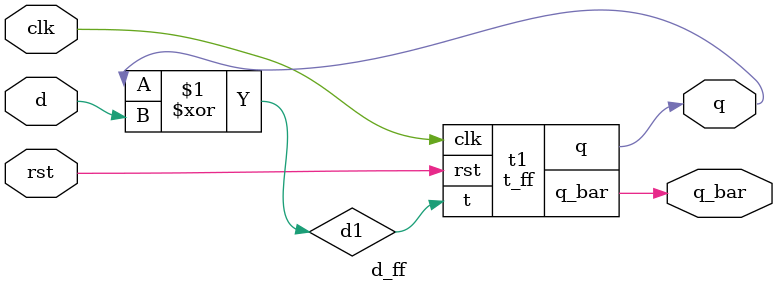
<source format=v>
module t_ff(
input clk,rst,t,
output reg q,
output q_bar);
always@(posedge clk or posedge rst)begin
if(rst)
q<=1'b0;
else if(t)
q<=~q;
else
q<=q;
end
assign q_bar=~q;
endmodule
module d_ff(
input clk,rst,d,
output q,q_bar);
wire d1;
xor x1(d1,q,d);
t_ff t1(.t(d1), .clk(clk), .rst(rst), .q(q), .q_bar(q_bar));
endmodule

</source>
